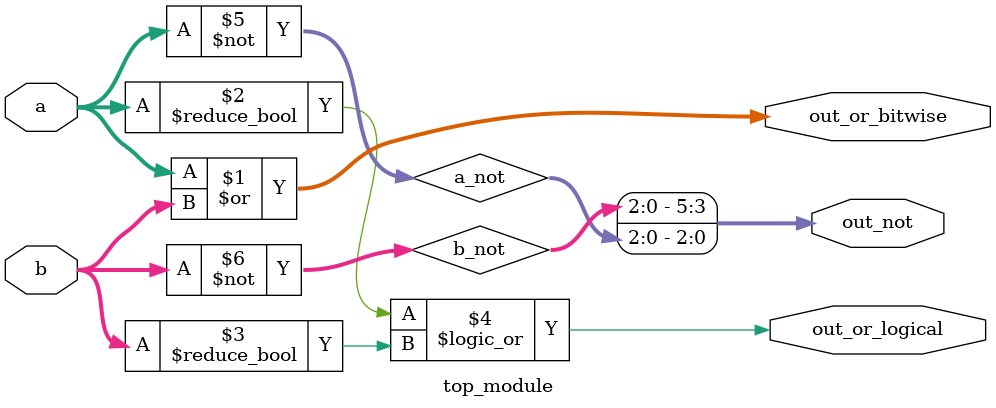
<source format=v>
module top_module( 
    input [2:0] a,
    input [2:0] b,
    output [2:0] out_or_bitwise,
    output out_or_logical,
    output [5:0] out_not
);
	wire [2:0] a_not, b_not;
    
    assign out_or_bitwise = a | b;
    assign out_or_logical = (a != 3'b000) || (b != 3'b000);
    assign a_not = ~a;
    assign b_not = ~b;
    assign out_not = {b_not, a_not};
    
endmodule

</source>
